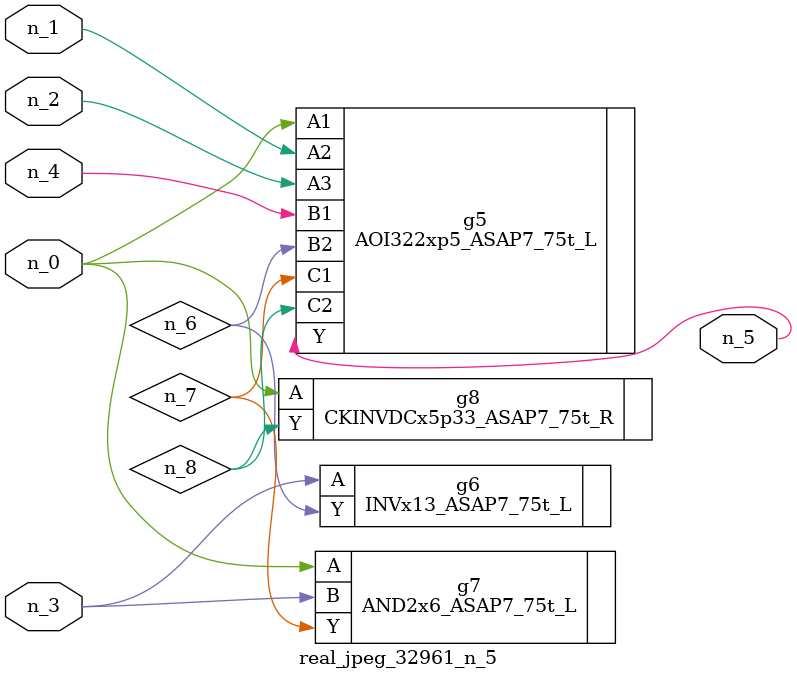
<source format=v>
module real_jpeg_32961_n_5 (n_4, n_0, n_1, n_2, n_3, n_5);

input n_4;
input n_0;
input n_1;
input n_2;
input n_3;

output n_5;

wire n_8;
wire n_6;
wire n_7;

AOI322xp5_ASAP7_75t_L g5 ( 
.A1(n_0),
.A2(n_1),
.A3(n_2),
.B1(n_4),
.B2(n_6),
.C1(n_7),
.C2(n_8),
.Y(n_5)
);

AND2x6_ASAP7_75t_L g7 ( 
.A(n_0),
.B(n_3),
.Y(n_7)
);

CKINVDCx5p33_ASAP7_75t_R g8 ( 
.A(n_0),
.Y(n_8)
);

INVx13_ASAP7_75t_L g6 ( 
.A(n_3),
.Y(n_6)
);


endmodule
</source>
